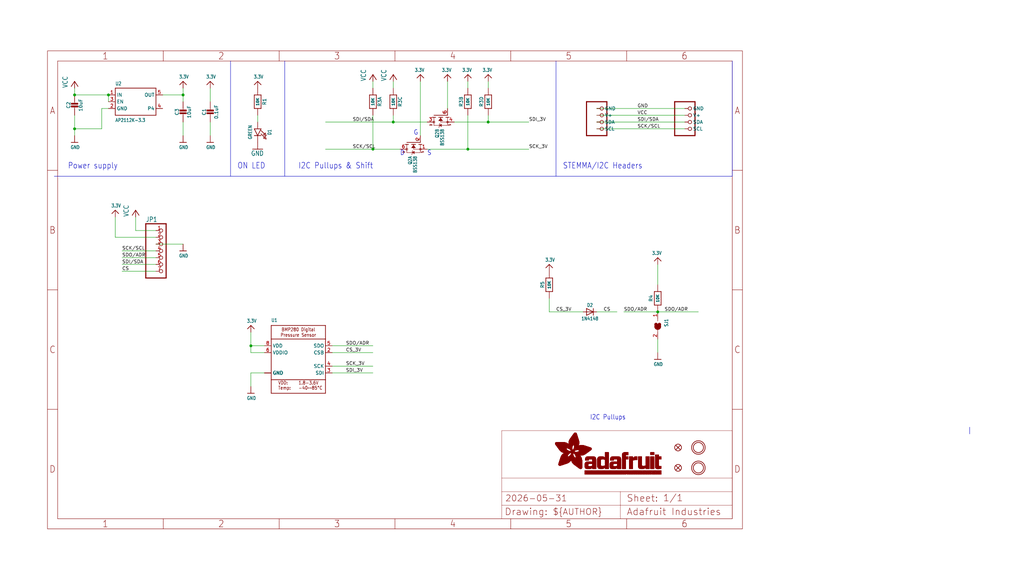
<source format=kicad_sch>
(kicad_sch (version 20230121) (generator eeschema)
  (paper "User" 383.616 217.322)
  (lib_symbols
    (symbol "working-eagle-import:3.3V" (power)
      (property "Value" "3.3V" (at -1.524 1.016 0))
      (symbol "3.3V_1_0"
        (pin power_in line (at 0 -2.54 90) (length 2.54) (name "3.3V") (number "1"))
      )
    )
    (symbol "working-eagle-import:BMP280_COMBO"
      (property "Reference" "U" (at -10.16 13.97 0))
      (symbol "BMP280_COMBO_1_0"
        (text "-40~~85°C" (at 0 -11.43 0) (effects (font (size 1.27 1.0795)) (justify left bottom)))
        (text "1.8-3.6V" (at 0 -9.525 0) (effects (font (size 1.27 1.0795)) (justify left bottom)))
        (text "BMP280 Digital\nPressure Sensor" (at 0 10.16 0) (effects (font (size 1.27 1.0795))))
        (text "Temp:" (at -7.62 -11.43 0) (effects (font (size 1.27 1.0795)) (justify left bottom)))
        (text "VDD:" (at -7.62 -9.525 0) (effects (font (size 1.27 1.0795)) (justify left bottom)))
        (pin power_in line (at -12.7 -5.08 0) (length 2.54) (name "GND") (number "1"))
        (pin input line (at 12.7 2.54 180) (length 2.54) (name "CSB") (number "2"))
        (pin input line (at 12.7 -5.08 180) (length 2.54) (name "SDI") (number "3"))
        (pin input line (at 12.7 -2.54 180) (length 2.54) (name "SCK") (number "4"))
        (pin output line (at 12.7 5.08 180) (length 2.54) (name "SDO") (number "5"))
        (pin power_in line (at -12.7 2.54 0) (length 2.54) (name "VDDIO") (number "6"))
        (pin power_in line (at -12.7 -5.08 0) (length 2.54) (name "GND") (number "7"))
        (pin power_in line (at -12.7 5.08 0) (length 2.54) (name "VDD") (number "8"))
      )
    )
    (symbol "working-eagle-import:CAP_CERAMIC0603_NO"
      (property "Reference" "C" (at -2.29 1.25 90))
      (symbol "CAP_CERAMIC0603_NO_1_0"
        (pin passive line (at 0 5.08 270) (length 2.54) (name "1") (number "1"))
        (pin passive line (at 0 -2.54 90) (length 2.54) (name "2") (number "2"))
      )
    )
    (symbol "working-eagle-import:CAP_CERAMIC0805-NOOUTLINE"
      (property "Reference" "C" (at -2.29 1.25 90))
      (symbol "CAP_CERAMIC0805-NOOUTLINE_1_0"
        (pin passive line (at 0 5.08 270) (length 2.54) (name "1") (number "1"))
        (pin passive line (at 0 -2.54 90) (length 2.54) (name "2") (number "2"))
      )
    )
    (symbol "working-eagle-import:DIODESOD-323"
      (property "Reference" "D" (at 0 2.54 0))
      (symbol "DIODESOD-323_1_0"
        (pin passive line (at -2.54 0 0) (length 2.54) (name "A") (number "A"))
        (pin passive line (at 2.54 0 180) (length 2.54) (name "C") (number "C"))
      )
    )
    (symbol "working-eagle-import:FIDUCIAL_1MM")
    (symbol "working-eagle-import:FRAME_A4_ADAFRUIT"
      (symbol "FRAME_A4_ADAFRUIT_1_0"
        (text "${#}/${##}" (at 230.505 10.16 0) (effects (font (size 2.54 2.54)) (justify left bottom)))
        (text "${AUTHOR}" (at 189.23 5.08 0) (effects (font (size 2.286 2.286)) (justify left bottom)))
        (text "${CURRENT_DATE}" (at 171.45 10.16 0) (effects (font (size 2.286 2.286)) (justify left bottom)))
        (text "${PROJECTNAME}" (at 171.45 15.24 0) (effects (font (size 2.54 2.54)) (justify left bottom)))
        (text "1" (at 21.6958 1.905 0) (effects (font (size 2.54 2.286))))
        (text "1" (at 21.6958 177.165 0) (effects (font (size 2.54 2.286))))
        (text "2" (at 65.0875 1.905 0) (effects (font (size 2.54 2.286))))
        (text "2" (at 65.0875 177.165 0) (effects (font (size 2.54 2.286))))
        (text "3" (at 108.4792 1.905 0) (effects (font (size 2.54 2.286))))
        (text "3" (at 108.4792 177.165 0) (effects (font (size 2.54 2.286))))
        (text "4" (at 151.8708 1.905 0) (effects (font (size 2.54 2.286))))
        (text "4" (at 151.8708 177.165 0) (effects (font (size 2.54 2.286))))
        (text "5" (at 195.2625 1.905 0) (effects (font (size 2.54 2.286))))
        (text "5" (at 195.2625 177.165 0) (effects (font (size 2.54 2.286))))
        (text "6" (at 238.6542 1.905 0) (effects (font (size 2.54 2.286))))
        (text "6" (at 238.6542 177.165 0) (effects (font (size 2.54 2.286))))
        (text "A" (at 1.905 156.6863 0) (effects (font (size 2.54 2.286))))
        (text "A" (at 258.445 156.6863 0) (effects (font (size 2.54 2.286))))
        (text "Adafruit Industries" (at 216.916 4.953 0) (effects (font (size 2.54 2.54)) (justify left bottom)))
        (text "B" (at 1.905 111.9188 0) (effects (font (size 2.54 2.286))))
        (text "B" (at 258.445 111.9188 0) (effects (font (size 2.54 2.286))))
        (text "C" (at 1.905 67.1513 0) (effects (font (size 2.54 2.286))))
        (text "C" (at 258.445 67.1513 0) (effects (font (size 2.54 2.286))))
        (text "D" (at 1.905 22.3838 0) (effects (font (size 2.54 2.286))))
        (text "D" (at 258.445 22.3838 0) (effects (font (size 2.54 2.286))))
        (text "Drawing:" (at 171.196 4.953 0) (effects (font (size 2.54 2.54)) (justify left bottom)))
        (text "Sheet:" (at 216.916 10.033 0) (effects (font (size 2.54 2.54)) (justify left bottom)))
      )
    )
    (symbol "working-eagle-import:GND" (power)
      (property "Value" "GND" (at -1.524 -2.54 0))
      (symbol "GND_1_0"
        (pin power_in line (at 0 2.54 270) (length 2.54) (name "GND") (number "1"))
      )
    )
    (symbol "working-eagle-import:HEADER-1X770MIL"
      (property "Reference" "JP" (at -6.35 10.795 0))
      (symbol "HEADER-1X770MIL_1_0"
        (pin passive inverted (at -2.54 7.62 0) (length 2.54) (name "1") (number "1"))
        (pin passive inverted (at -2.54 5.08 0) (length 2.54) (name "2") (number "2"))
        (pin passive inverted (at -2.54 2.54 0) (length 2.54) (name "3") (number "3"))
        (pin passive inverted (at -2.54 0 0) (length 2.54) (name "4") (number "4"))
        (pin passive inverted (at -2.54 -2.54 0) (length 2.54) (name "5") (number "5"))
        (pin passive inverted (at -2.54 -5.08 0) (length 2.54) (name "6") (number "6"))
        (pin passive inverted (at -2.54 -7.62 0) (length 2.54) (name "7") (number "7"))
      )
    )
    (symbol "working-eagle-import:LED0603_NOOUTLINE"
      (property "Reference" "D" (at -1.27 4.445 0))
      (symbol "LED0603_NOOUTLINE_1_0"
        (pin passive line (at -5.08 0 0) (length 2.54) (name "A") (number "A"))
        (pin passive line (at 2.54 0 180) (length 2.54) (name "C") (number "C"))
      )
    )
    (symbol "working-eagle-import:MOSFET-N_DUAL"
      (property "Reference" "Q" (at 5.08 0.635 0))
      (symbol "MOSFET-N_DUAL_1_0"
        (text "D" (at 3.175 3.175 0) (effects (font (size 0.8128 0.6908)) (justify left bottom)))
        (text "G" (at -1.27 -1.905 0) (effects (font (size 0.8128 0.6908)) (justify left bottom)))
        (text "S" (at 3.175 -3.81 0) (effects (font (size 0.8128 0.6908)) (justify left bottom)))
        (pin bidirectional line (at 2.54 -5.08 90) (length 2.54) (name "S") (number "1"))
        (pin bidirectional line (at -2.54 -2.54 0) (length 2.54) (name "G") (number "2"))
        (pin bidirectional line (at 2.54 5.08 270) (length 2.54) (name "D") (number "6"))
      )
      (symbol "MOSFET-N_DUAL_2_0"
        (text "D" (at 3.175 3.175 0) (effects (font (size 0.8128 0.6908)) (justify left bottom)))
        (text "G" (at -1.27 -1.905 0) (effects (font (size 0.8128 0.6908)) (justify left bottom)))
        (text "S" (at 3.175 -3.81 0) (effects (font (size 0.8128 0.6908)) (justify left bottom)))
        (pin bidirectional line (at 2.54 5.08 270) (length 2.54) (name "D") (number "3"))
        (pin bidirectional line (at 2.54 -5.08 90) (length 2.54) (name "S") (number "4"))
        (pin bidirectional line (at -2.54 -2.54 0) (length 2.54) (name "G") (number "5"))
      )
    )
    (symbol "working-eagle-import:MOUNTINGHOLE2.5")
    (symbol "working-eagle-import:RESISTOR_0603_NOOUT"
      (property "Reference" "R" (at 0 2.54 0))
      (symbol "RESISTOR_0603_NOOUT_1_0"
        (pin passive line (at -5.08 0 0) (length 2.54) (name "1") (number "1"))
        (pin passive line (at 5.08 0 180) (length 2.54) (name "2") (number "2"))
      )
    )
    (symbol "working-eagle-import:RESISTOR_4PACK"
      (property "Reference" "R" (at 0 2.54 0))
      (symbol "RESISTOR_4PACK_1_0"
        (pin passive line (at -5.08 0 0) (length 2.54) (name "1") (number "1"))
        (pin passive line (at 5.08 0 180) (length 2.54) (name "2") (number "8"))
      )
      (symbol "RESISTOR_4PACK_2_0"
        (pin passive line (at -5.08 0 0) (length 2.54) (name "1") (number "2"))
        (pin passive line (at 5.08 0 180) (length 2.54) (name "2") (number "7"))
      )
      (symbol "RESISTOR_4PACK_3_0"
        (pin passive line (at -5.08 0 0) (length 2.54) (name "1") (number "3"))
        (pin passive line (at 5.08 0 180) (length 2.54) (name "2") (number "6"))
      )
      (symbol "RESISTOR_4PACK_4_0"
        (pin passive line (at -5.08 0 0) (length 2.54) (name "1") (number "4"))
        (pin passive line (at 5.08 0 180) (length 2.54) (name "2") (number "5"))
      )
    )
    (symbol "working-eagle-import:SOLDERJUMPER"
      (property "Reference" "SJ" (at -2.54 2.54 0))
      (symbol "SOLDERJUMPER_1_0"
        (pin passive line (at -5.08 0 0) (length 2.54) (name "1") (number "1"))
        (pin passive line (at 5.08 0 180) (length 2.54) (name "2") (number "2"))
      )
    )
    (symbol "working-eagle-import:STEMMA_I2C_QT"
      (symbol "STEMMA_I2C_QT_1_0"
        (pin passive inverted (at 0 5.08 0) (length 2.54) (name "GND") (number "1"))
        (pin passive inverted (at 0 2.54 0) (length 2.54) (name "V+") (number "2"))
        (pin passive inverted (at 0 0 0) (length 2.54) (name "SDA") (number "3"))
        (pin passive inverted (at 0 -2.54 0) (length 2.54) (name "SCL") (number "4"))
      )
      (symbol "STEMMA_I2C_QT_2_0"
        (pin bidirectional line (at 0 0 0) (length 5.08) (name "MT") (number "MT1"))
      )
      (symbol "STEMMA_I2C_QT_3_0"
        (pin bidirectional line (at 0 0 0) (length 5.08) (name "MT") (number "MT2"))
      )
    )
    (symbol "working-eagle-import:VCC" (power)
      (property "Value" "VCC" (at -2.54 -2.54 90))
      (symbol "VCC_1_0"
        (pin power_in line (at 0 -2.54 90) (length 2.54) (name "VCC") (number "1"))
      )
    )
    (symbol "working-eagle-import:VREG_SOT23-5"
      (property "Reference" "U" (at -7.62 6.096 0))
      (symbol "VREG_SOT23-5_1_0"
        (pin power_in line (at -10.16 2.54 0) (length 2.54) (name "IN") (number "1"))
        (pin power_in line (at -10.16 -2.54 0) (length 2.54) (name "GND") (number "2"))
        (pin input line (at -10.16 0 0) (length 2.54) (name "EN") (number "3"))
        (pin bidirectional line (at 10.16 -2.54 180) (length 2.54) (name "P4") (number "4"))
        (pin power_in line (at 10.16 2.54 180) (length 2.54) (name "OUT") (number "5"))
      )
    )
    (symbol "working-eagle-import:supply1_GND" (power)
      (property "Value" "supply1_GND" (at -2.54 -2.54 0))
      (symbol "supply1_GND_1_0"
        (pin power_in line (at 0 2.54 270) (length 2.54) (name "GND") (number "1"))
      )
    )
  )
  (junction (at 68.58 35.56))
  (junction (at 27.94 35.56))
  (junction (at 175.26 55.88))
  (junction (at 182.88 45.72))
  (junction (at 93.98 129.54))
  (junction (at 139.7 55.88))
  (junction (at 40.64 35.56))
  (junction (at 147.32 45.72))
  (junction (at 27.94 48.26))
  (junction (at 246.38 116.84))
  (wire (pts (xy 50.8 86.36) (xy 50.8 81.28)) (stroke (width 0.1524)))
  (wire (pts (xy 124.46 139.7) (xy 139.7 139.7)) (stroke (width 0.1524)))
  (wire (pts (xy 139.7 30.48) (xy 139.7 33.02)) (stroke (width 0.1524)))
  (wire (pts (xy 175.26 43.18) (xy 175.26 55.88)) (stroke (width 0.1524)))
  (polyline (pts (xy 208.28 22.86) (xy 208.28 66.04)) (stroke (width 0.1524) (type solid)))
  (wire (pts (xy 58.42 101.6) (xy 45.72 101.6)) (stroke (width 0.1524)))
  (wire (pts (xy 147.32 33.02) (xy 147.32 30.48)) (stroke (width 0.1524)))
  (polyline (pts (xy 86.36 66.04) (xy 106.68 66.04)) (stroke (width 0.1524) (type solid)))
  (wire (pts (xy 99.06 132.08) (xy 93.98 132.08)) (stroke (width 0.1524)))
  (wire (pts (xy 160.02 45.72) (xy 147.32 45.72)) (stroke (width 0.1524)))
  (wire (pts (xy 38.1 48.26) (xy 27.94 48.26)) (stroke (width 0.1524)))
  (polyline (pts (xy 274.32 22.86) (xy 274.32 66.04)) (stroke (width 0.1524) (type solid)))
  (wire (pts (xy 68.58 45.72) (xy 68.58 50.8)) (stroke (width 0.1524)))
  (wire (pts (xy 223.52 116.84) (xy 231.14 116.84)) (stroke (width 0.1524)))
  (wire (pts (xy 68.58 35.56) (xy 68.58 33.02)) (stroke (width 0.1524)))
  (wire (pts (xy 27.94 48.26) (xy 27.94 50.8)) (stroke (width 0.1524)))
  (wire (pts (xy 256.54 45.72) (xy 223.52 45.72)) (stroke (width 0.1524)))
  (wire (pts (xy 58.42 88.9) (xy 43.18 88.9)) (stroke (width 0.1524)))
  (polyline (pts (xy 86.36 22.86) (xy 86.36 66.04)) (stroke (width 0.1524) (type solid)))
  (wire (pts (xy 93.98 139.7) (xy 93.98 144.78)) (stroke (width 0.1524)))
  (wire (pts (xy 78.74 33.02) (xy 78.74 38.1)) (stroke (width 0.1524)))
  (wire (pts (xy 40.64 38.1) (xy 40.64 35.56)) (stroke (width 0.1524)))
  (wire (pts (xy 58.42 86.36) (xy 50.8 86.36)) (stroke (width 0.1524)))
  (wire (pts (xy 78.74 45.72) (xy 78.74 50.8)) (stroke (width 0.1524)))
  (wire (pts (xy 68.58 35.56) (xy 68.58 38.1)) (stroke (width 0.1524)))
  (wire (pts (xy 246.38 106.68) (xy 246.38 99.06)) (stroke (width 0.1524)))
  (wire (pts (xy 58.42 99.06) (xy 45.72 99.06)) (stroke (width 0.1524)))
  (wire (pts (xy 60.96 35.56) (xy 68.58 35.56)) (stroke (width 0.1524)))
  (wire (pts (xy 149.86 55.88) (xy 139.7 55.88)) (stroke (width 0.1524)))
  (wire (pts (xy 96.52 45.72) (xy 96.52 43.18)) (stroke (width 0.1524)))
  (wire (pts (xy 40.64 40.64) (xy 38.1 40.64)) (stroke (width 0.1524)))
  (wire (pts (xy 182.88 33.02) (xy 182.88 30.48)) (stroke (width 0.1524)))
  (wire (pts (xy 167.64 40.64) (xy 167.64 30.48)) (stroke (width 0.1524)))
  (wire (pts (xy 27.94 48.26) (xy 27.94 43.18)) (stroke (width 0.1524)))
  (wire (pts (xy 182.88 43.18) (xy 182.88 45.72)) (stroke (width 0.1524)))
  (wire (pts (xy 43.18 88.9) (xy 43.18 81.28)) (stroke (width 0.1524)))
  (wire (pts (xy 93.98 132.08) (xy 93.98 129.54)) (stroke (width 0.1524)))
  (wire (pts (xy 223.52 48.26) (xy 256.54 48.26)) (stroke (width 0.1524)))
  (wire (pts (xy 170.18 45.72) (xy 182.88 45.72)) (stroke (width 0.1524)))
  (polyline (pts (xy 208.28 66.04) (xy 274.32 66.04)) (stroke (width 0.1524) (type solid)))
  (wire (pts (xy 40.64 35.56) (xy 27.94 35.56)) (stroke (width 0.1524)))
  (wire (pts (xy 139.7 129.54) (xy 124.46 129.54)) (stroke (width 0.1524)))
  (wire (pts (xy 157.48 50.8) (xy 157.48 30.48)) (stroke (width 0.1524)))
  (wire (pts (xy 182.88 45.72) (xy 198.12 45.72)) (stroke (width 0.1524)))
  (wire (pts (xy 246.38 132.08) (xy 246.38 127)) (stroke (width 0.1524)))
  (wire (pts (xy 139.7 137.16) (xy 124.46 137.16)) (stroke (width 0.1524)))
  (wire (pts (xy 175.26 33.02) (xy 175.26 30.48)) (stroke (width 0.1524)))
  (wire (pts (xy 93.98 129.54) (xy 93.98 124.46)) (stroke (width 0.1524)))
  (wire (pts (xy 27.94 33.02) (xy 27.94 35.56)) (stroke (width 0.1524)))
  (wire (pts (xy 58.42 91.44) (xy 68.58 91.44)) (stroke (width 0.1524)))
  (wire (pts (xy 246.38 116.84) (xy 233.68 116.84)) (stroke (width 0.1524)))
  (wire (pts (xy 99.06 139.7) (xy 93.98 139.7)) (stroke (width 0.1524)))
  (wire (pts (xy 218.44 116.84) (xy 205.74 116.84)) (stroke (width 0.1524)))
  (wire (pts (xy 139.7 55.88) (xy 121.92 55.88)) (stroke (width 0.1524)))
  (wire (pts (xy 58.42 96.52) (xy 45.72 96.52)) (stroke (width 0.1524)))
  (wire (pts (xy 124.46 132.08) (xy 139.7 132.08)) (stroke (width 0.1524)))
  (polyline (pts (xy 106.68 66.04) (xy 208.28 66.04)) (stroke (width 0.1524) (type solid)))
  (polyline (pts (xy 20.32 66.04) (xy 86.36 66.04)) (stroke (width 0.1524) (type solid)))
  (wire (pts (xy 205.74 116.84) (xy 205.74 111.76)) (stroke (width 0.1524)))
  (wire (pts (xy 99.06 129.54) (xy 93.98 129.54)) (stroke (width 0.1524)))
  (wire (pts (xy 160.02 55.88) (xy 175.26 55.88)) (stroke (width 0.1524)))
  (wire (pts (xy 147.32 45.72) (xy 121.92 45.72)) (stroke (width 0.1524)))
  (wire (pts (xy 246.38 116.84) (xy 261.62 116.84)) (stroke (width 0.1524)))
  (polyline (pts (xy 106.68 22.86) (xy 106.68 66.04)) (stroke (width 0.1524) (type solid)))
  (polyline (pts (xy 363.22 162.56) (xy 363.22 160.02)) (stroke (width 0.1524) (type solid)))
  (wire (pts (xy 147.32 43.18) (xy 147.32 45.72)) (stroke (width 0.1524)))
  (wire (pts (xy 223.52 43.18) (xy 256.54 43.18)) (stroke (width 0.1524)))
  (wire (pts (xy 175.26 55.88) (xy 198.12 55.88)) (stroke (width 0.1524)))
  (wire (pts (xy 38.1 40.64) (xy 38.1 48.26)) (stroke (width 0.1524)))
  (wire (pts (xy 139.7 43.18) (xy 139.7 55.88)) (stroke (width 0.1524)))
  (wire (pts (xy 58.42 93.98) (xy 45.72 93.98)) (stroke (width 0.1524)))
  (wire (pts (xy 256.54 40.64) (xy 223.52 40.64)) (stroke (width 0.1524)))
  (text "Power supply" (at 25.4 63.5 0) (effects (font (size 2.1844 1.8567)) (justify left bottom)))
  (text "ON LED" (at 88.9 63.5 0) (effects (font (size 2.1844 1.8567)) (justify left bottom)))
  (text "STEMMA/I2C Headers" (at 210.82 63.5 0) (effects (font (size 2.1844 1.8567)) (justify left bottom)))
  (text "S" (at 160.02 58.42 0) (effects (font (size 1.778 1.5113)) (justify left bottom)))
  (text "I2C Pullups & Shift" (at 111.76 63.5 0) (effects (font (size 2.1844 1.8567)) (justify left bottom)))
  (text "I2C Pullups" (at 220.98 157.48 0) (effects (font (size 1.778 1.5113)) (justify left bottom)))
  (text "D" (at 149.86 58.42 0) (effects (font (size 1.778 1.5113)) (justify left bottom)))
  (text "G" (at 154.94 50.8 0) (effects (font (size 1.778 1.5113)) (justify left bottom)))
  (label "CS_3V" (at 208.28 116.84 0) (effects (font (size 1.2446 1.2446))))
  (label "CS" (at 226.06 116.84 0) (effects (font (size 1.2446 1.2446))))
  (label "SDO/ADR" (at 45.72 96.52 0) (effects (font (size 1.2446 1.2446))))
  (label "SDI/SDA" (at 238.76 45.72 0) (effects (font (size 1.2446 1.2446))))
  (label "CS_3V" (at 129.54 132.08 0) (effects (font (size 1.2446 1.2446))))
  (label "VCC" (at 238.76 43.18 0) (effects (font (size 1.2446 1.2446))))
  (label "SDO/ADR" (at 129.54 129.54 0) (effects (font (size 1.2446 1.2446))))
  (label "SDI/SDA" (at 45.72 99.06 0) (effects (font (size 1.2446 1.2446))))
  (label "SDI_3V" (at 198.12 45.72 0) (effects (font (size 1.2446 1.2446))))
  (label "SCK/SCL" (at 45.72 93.98 0) (effects (font (size 1.2446 1.2446))))
  (label "SDO/ADR" (at 248.92 116.84 0) (effects (font (size 1.2446 1.2446))))
  (label "CS" (at 45.72 101.6 0) (effects (font (size 1.2446 1.2446))))
  (label "SDI_3V" (at 129.54 139.7 0) (effects (font (size 1.2446 1.2446))))
  (label "SDI/SDA" (at 132.08 45.72 0) (effects (font (size 1.2446 1.2446))))
  (label "SCK/SCL" (at 238.76 48.26 0) (effects (font (size 1.2446 1.2446))))
  (label "SCK_3V" (at 129.54 137.16 0) (effects (font (size 1.2446 1.2446))))
  (label "GND" (at 238.76 40.64 0) (effects (font (size 1.2446 1.2446))))
  (label "SDO/ADR" (at 233.68 116.84 0) (effects (font (size 1.2446 1.2446))))
  (label "SCK_3V" (at 198.12 55.88 0) (effects (font (size 1.2446 1.2446))))
  (label "SCK/SCL" (at 132.08 55.88 0) (effects (font (size 1.2446 1.2446))))
  (symbol (lib_id "working-eagle-import:MOSFET-N_DUAL") (at 154.94 53.34 90) (mirror x) (unit 1)
    (property "Reference" "Q2" (at 154.305 58.42 0) (effects (font (size 1.27 1.0795)) (justify left bottom)))
    (property "Value" "BSS138" (at 156.21 58.42 0) (effects (font (size 1.27 1.0795)) (justify left bottom)))
    (property "Footprint" "working:SOT363" (effects hide))
  )
  (symbol (lib_id "working-eagle-import:VCC") (at 27.94 30.48 0) (unit 1)
    (property "Reference" "#P+3" (effects hide))
    (property "Value" "VCC" (at 25.4 33.02 90) (effects (font (size 1.778 1.5113)) (justify left bottom)))
  )
  (symbol (lib_id "working-eagle-import:GND") (at 246.38 134.62 0) (unit 1)
    (property "Reference" "#U$9" (effects hide))
    (property "Value" "GND" (at 244.856 137.16 0) (effects (font (size 1.27 1.0795)) (justify left bottom)))
  )
  (symbol (lib_id "working-eagle-import:RESISTOR_0603_NOOUT") (at 205.74 106.68 90) (unit 1)
    (property "Reference" "R5" (at 203.2 106.68 0))
    (property "Value" "10K" (at 205.74 106.68 0) (effects (font (size 1.016 1.016) bold)))
    (property "Footprint" "working:0603-NO" (effects hide))
  )
  (symbol (lib_id "working-eagle-import:3.3V") (at 93.98 121.92 0) (unit 1)
    (property "Reference" "#U$12" (effects hide))
    (property "Value" "3.3V" (at 92.456 120.904 0) (effects (font (size 1.27 1.0795)) (justify left bottom)))
  )
  (symbol (lib_id "working-eagle-import:3.3V") (at 205.74 99.06 0) (unit 1)
    (property "Reference" "#U$42" (effects hide))
    (property "Value" "3.3V" (at 204.216 98.044 0) (effects (font (size 1.27 1.0795)) (justify left bottom)))
  )
  (symbol (lib_id "working-eagle-import:BMP280_COMBO") (at 111.76 134.62 0) (unit 1)
    (property "Reference" "U1" (at 101.6 120.65 0) (effects (font (size 1.27 1.0795)) (justify left bottom)))
    (property "Value" "BMP280_COMBO" (effects hide))
    (property "Footprint" "working:BMX280_COMBO" (effects hide))
  )
  (symbol (lib_id "working-eagle-import:supply1_GND") (at 96.52 55.88 0) (unit 1)
    (property "Reference" "#GND6" (effects hide))
    (property "Value" "GND" (at 93.98 58.42 0) (effects (font (size 1.778 1.5113)) (justify left bottom)))
  )
  (symbol (lib_id "working-eagle-import:MOUNTINGHOLE2.5") (at 261.62 175.26 0) (unit 1)
    (property "Reference" "U$1" (effects hide))
    (property "Value" "MOUNTINGHOLE2.5" (effects hide))
    (property "Footprint" "working:MOUNTINGHOLE_2.5_PLATED" (effects hide))
  )
  (symbol (lib_id "working-eagle-import:3.3V") (at 157.48 27.94 0) (mirror y) (unit 1)
    (property "Reference" "#U$26" (effects hide))
    (property "Value" "3.3V" (at 159.004 26.924 0) (effects (font (size 1.27 1.0795)) (justify left bottom)))
  )
  (symbol (lib_id "working-eagle-import:GND") (at 93.98 147.32 0) (unit 1)
    (property "Reference" "#U$19" (effects hide))
    (property "Value" "GND" (at 92.456 149.86 0) (effects (font (size 1.27 1.0795)) (justify left bottom)))
  )
  (symbol (lib_id "working-eagle-import:CAP_CERAMIC0805-NOOUTLINE") (at 27.94 40.64 0) (unit 1)
    (property "Reference" "C2" (at 25.65 39.39 90))
    (property "Value" "10uF" (at 30.24 39.39 90))
    (property "Footprint" "working:0805-NO" (effects hide))
  )
  (symbol (lib_id "working-eagle-import:3.3V") (at 43.18 78.74 0) (unit 1)
    (property "Reference" "#U$16" (effects hide))
    (property "Value" "3.3V" (at 41.656 77.724 0) (effects (font (size 1.27 1.0795)) (justify left bottom)))
  )
  (symbol (lib_id "working-eagle-import:3.3V") (at 167.64 27.94 0) (mirror y) (unit 1)
    (property "Reference" "#U$23" (effects hide))
    (property "Value" "3.3V" (at 169.164 26.924 0) (effects (font (size 1.27 1.0795)) (justify left bottom)))
  )
  (symbol (lib_id "working-eagle-import:FIDUCIAL_1MM") (at 254 167.64 0) (unit 1)
    (property "Reference" "FID4" (effects hide))
    (property "Value" "FIDUCIAL_1MM" (effects hide))
    (property "Footprint" "working:FIDUCIAL_1MM" (effects hide))
  )
  (symbol (lib_id "working-eagle-import:SOLDERJUMPER") (at 246.38 121.92 270) (unit 1)
    (property "Reference" "SJ1" (at 248.92 119.38 0) (effects (font (size 1.27 1.0795)) (justify left bottom)))
    (property "Value" "SOLDERJUMPER" (effects hide))
    (property "Footprint" "working:SOLDERJUMPER_ARROW_NOPASTE" (effects hide))
  )
  (symbol (lib_id "working-eagle-import:STEMMA_I2C_QT") (at 256.54 45.72 0) (unit 1)
    (property "Reference" "CONN4" (effects hide))
    (property "Value" "STEMMA_I2C_QT" (effects hide))
    (property "Footprint" "working:JST_SH4" (effects hide))
  )
  (symbol (lib_id "working-eagle-import:CAP_CERAMIC0805-NOOUTLINE") (at 68.58 43.18 0) (unit 1)
    (property "Reference" "C3" (at 66.29 41.93 90))
    (property "Value" "10uF" (at 70.88 41.93 90))
    (property "Footprint" "working:0805-NO" (effects hide))
  )
  (symbol (lib_id "working-eagle-import:VREG_SOT23-5") (at 50.8 38.1 0) (unit 1)
    (property "Reference" "U2" (at 43.18 32.004 0) (effects (font (size 1.27 1.0795)) (justify left bottom)))
    (property "Value" "AP2112K-3.3" (at 43.18 45.72 0) (effects (font (size 1.27 1.0795)) (justify left bottom)))
    (property "Footprint" "working:SOT23-5" (effects hide))
  )
  (symbol (lib_id "working-eagle-import:HEADER-1X770MIL") (at 60.96 93.98 0) (unit 1)
    (property "Reference" "JP1" (at 54.61 83.185 0) (effects (font (size 1.778 1.5113)) (justify left bottom)))
    (property "Value" "HEADER-1X770MIL" (effects hide))
    (property "Footprint" "working:1X07_ROUND_70" (effects hide))
  )
  (symbol (lib_id "working-eagle-import:LED0603_NOOUTLINE") (at 96.52 50.8 270) (unit 1)
    (property "Reference" "D1" (at 100.965 49.53 0) (effects (font (size 1.27 1.0795))))
    (property "Value" "GREEN" (at 93.726 49.53 0) (effects (font (size 1.27 1.0795))))
    (property "Footprint" "working:CHIPLED_0603_NOOUTLINE" (effects hide))
  )
  (symbol (lib_id "working-eagle-import:STEMMA_I2C_QT") (at 223.52 45.72 0) (unit 1)
    (property "Reference" "CONN3" (effects hide))
    (property "Value" "STEMMA_I2C_QT" (effects hide))
    (property "Footprint" "working:JST_SH4" (effects hide))
  )
  (symbol (lib_id "working-eagle-import:RESISTOR_4PACK") (at 182.88 38.1 90) (mirror x) (unit 4)
    (property "Reference" "R3" (at 180.34 38.1 0))
    (property "Value" "10K" (at 182.88 38.1 0) (effects (font (size 1.016 1.016) bold)))
    (property "Footprint" "working:RESPACK_4X0603" (effects hide))
  )
  (symbol (lib_id "working-eagle-import:FRAME_A4_ADAFRUIT") (at 17.78 198.12 0) (unit 1)
    (property "Reference" "#U$18" (effects hide))
    (property "Value" "FRAME_A4_ADAFRUIT" (effects hide))
  )
  (symbol (lib_id "working-eagle-import:DIODESOD-323") (at 220.98 116.84 0) (unit 1)
    (property "Reference" "D2" (at 220.98 114.3 0) (effects (font (size 1.27 1.0795))))
    (property "Value" "1N4148" (at 220.98 119.34 0) (effects (font (size 1.27 1.0795))))
    (property "Footprint" "working:SOD-323" (effects hide))
  )
  (symbol (lib_id "working-eagle-import:3.3V") (at 96.52 30.48 0) (unit 1)
    (property "Reference" "#U$3" (effects hide))
    (property "Value" "3.3V" (at 94.996 29.464 0) (effects (font (size 1.27 1.0795)) (justify left bottom)))
  )
  (symbol (lib_id "working-eagle-import:FIDUCIAL_1MM") (at 254 175.26 0) (unit 1)
    (property "Reference" "FID3" (effects hide))
    (property "Value" "FIDUCIAL_1MM" (effects hide))
    (property "Footprint" "working:FIDUCIAL_1MM" (effects hide))
  )
  (symbol (lib_id "working-eagle-import:RESISTOR_0603_NOOUT") (at 96.52 38.1 270) (unit 1)
    (property "Reference" "R1" (at 99.06 38.1 0))
    (property "Value" "10K" (at 96.52 38.1 0) (effects (font (size 1.016 1.016) bold)))
    (property "Footprint" "working:0603-NO" (effects hide))
  )
  (symbol (lib_id "working-eagle-import:GND") (at 68.58 93.98 0) (unit 1)
    (property "Reference" "#U$10" (effects hide))
    (property "Value" "GND" (at 67.056 96.52 0) (effects (font (size 1.27 1.0795)) (justify left bottom)))
  )
  (symbol (lib_id "working-eagle-import:RESISTOR_4PACK") (at 139.7 38.1 270) (unit 1)
    (property "Reference" "R3" (at 142.24 38.1 0))
    (property "Value" "10K" (at 139.7 38.1 0) (effects (font (size 1.016 1.016) bold)))
    (property "Footprint" "working:RESPACK_4X0603" (effects hide))
  )
  (symbol (lib_id "working-eagle-import:VCC") (at 147.32 27.94 0) (unit 1)
    (property "Reference" "#P+2" (effects hide))
    (property "Value" "VCC" (at 144.78 30.48 90) (effects (font (size 1.778 1.5113)) (justify left bottom)))
  )
  (symbol (lib_id "working-eagle-import:RESISTOR_4PACK") (at 175.26 38.1 90) (mirror x) (unit 2)
    (property "Reference" "R3" (at 172.72 38.1 0))
    (property "Value" "10K" (at 175.26 38.1 0) (effects (font (size 1.016 1.016) bold)))
    (property "Footprint" "working:RESPACK_4X0603" (effects hide))
  )
  (symbol (lib_id "working-eagle-import:GND") (at 78.74 53.34 0) (unit 1)
    (property "Reference" "#U$6" (effects hide))
    (property "Value" "GND" (at 77.216 55.88 0) (effects (font (size 1.27 1.0795)) (justify left bottom)))
  )
  (symbol (lib_id "working-eagle-import:3.3V") (at 175.26 27.94 0) (mirror y) (unit 1)
    (property "Reference" "#U$24" (effects hide))
    (property "Value" "3.3V" (at 176.784 26.924 0) (effects (font (size 1.27 1.0795)) (justify left bottom)))
  )
  (symbol (lib_id "working-eagle-import:3.3V") (at 182.88 27.94 0) (mirror y) (unit 1)
    (property "Reference" "#U$7" (effects hide))
    (property "Value" "3.3V" (at 184.404 26.924 0) (effects (font (size 1.27 1.0795)) (justify left bottom)))
  )
  (symbol (lib_id "working-eagle-import:MOUNTINGHOLE2.5") (at 261.62 167.64 0) (unit 1)
    (property "Reference" "U$17" (effects hide))
    (property "Value" "MOUNTINGHOLE2.5" (effects hide))
    (property "Footprint" "working:MOUNTINGHOLE_2.5_PLATED" (effects hide))
  )
  (symbol (lib_id "working-eagle-import:3.3V") (at 78.74 30.48 0) (unit 1)
    (property "Reference" "#U$14" (effects hide))
    (property "Value" "3.3V" (at 77.216 29.464 0) (effects (font (size 1.27 1.0795)) (justify left bottom)))
  )
  (symbol (lib_id "working-eagle-import:GND") (at 68.58 53.34 0) (unit 1)
    (property "Reference" "#U$5" (effects hide))
    (property "Value" "GND" (at 67.056 55.88 0) (effects (font (size 1.27 1.0795)) (justify left bottom)))
  )
  (symbol (lib_id "working-eagle-import:GND") (at 27.94 53.34 0) (unit 1)
    (property "Reference" "#U$13" (effects hide))
    (property "Value" "GND" (at 26.416 55.88 0) (effects (font (size 1.27 1.0795)) (justify left bottom)))
  )
  (symbol (lib_id "working-eagle-import:CAP_CERAMIC0603_NO") (at 78.74 43.18 0) (unit 1)
    (property "Reference" "C1" (at 76.45 41.93 90))
    (property "Value" "0.1uF" (at 81.04 41.93 90))
    (property "Footprint" "working:0603-NO" (effects hide))
  )
  (symbol (lib_id "working-eagle-import:RESISTOR_4PACK") (at 147.32 38.1 270) (unit 3)
    (property "Reference" "R3" (at 149.86 38.1 0))
    (property "Value" "10K" (at 147.32 38.1 0) (effects (font (size 1.016 1.016) bold)))
    (property "Footprint" "working:RESPACK_4X0603" (effects hide))
  )
  (symbol (lib_id "working-eagle-import:RESISTOR_0603_NOOUT") (at 246.38 111.76 90) (unit 1)
    (property "Reference" "R4" (at 243.84 111.76 0))
    (property "Value" "10K" (at 246.38 111.76 0) (effects (font (size 1.016 1.016) bold)))
    (property "Footprint" "working:0603-NO" (effects hide))
  )
  (symbol (lib_id "working-eagle-import:3.3V") (at 246.38 96.52 0) (mirror y) (unit 1)
    (property "Reference" "#U$8" (effects hide))
    (property "Value" "3.3V" (at 247.904 95.504 0) (effects (font (size 1.27 1.0795)) (justify left bottom)))
  )
  (symbol (lib_id "working-eagle-import:VCC") (at 50.8 78.74 0) (unit 1)
    (property "Reference" "#P+4" (effects hide))
    (property "Value" "VCC" (at 48.26 81.28 90) (effects (font (size 1.778 1.5113)) (justify left bottom)))
  )
  (symbol (lib_id "working-eagle-import:VCC") (at 139.7 27.94 0) (unit 1)
    (property "Reference" "#P+1" (effects hide))
    (property "Value" "VCC" (at 137.16 30.48 90) (effects (font (size 1.778 1.5113)) (justify left bottom)))
  )
  (symbol (lib_id "working-eagle-import:3.3V") (at 68.58 30.48 0) (unit 1)
    (property "Reference" "#U$15" (effects hide))
    (property "Value" "3.3V" (at 67.056 29.464 0) (effects (font (size 1.27 1.0795)) (justify left bottom)))
  )
  (symbol (lib_id "working-eagle-import:MOSFET-N_DUAL") (at 165.1 43.18 90) (mirror x) (unit 2)
    (property "Reference" "Q2" (at 164.465 48.26 0) (effects (font (size 1.27 1.0795)) (justify left bottom)))
    (property "Value" "BSS138" (at 166.37 48.26 0) (effects (font (size 1.27 1.0795)) (justify left bottom)))
    (property "Footprint" "working:SOT363" (effects hide))
  )
)
</source>
